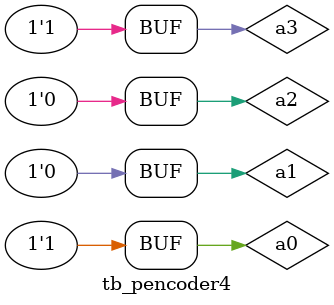
<source format=v>
`timescale 1ns/1ps
module tb_pencoder4;
    reg     a0;
	 reg     a1;
	 reg     a2;
	 reg     a3;
    wire    y0;
	 wire    y1;

    pencoder4 u0(a0,a1,a2,a3,y0,y1);

    initial begin
        #00 {a3,a2,a1,a0}=4'b0001;
        #20 {a3,a2,a1,a0}=4'b0010;
        #20 {a3,a2,a1,a0}=4'b0100;
        #20 {a3,a2,a1,a0}=4'b1000;
        #20 {a3,a2,a1,a0}=4'b1001;
 	  #20;
    end 	 
	initial begin
   $monitor("%t| a3 = %d| a2 = %d| a1 = %d| a0 = %d| y1 = %d| y0 = %d", 
   $time, a3, a2, a1, a0, y1, y0); 
  end
endmodule
</source>
